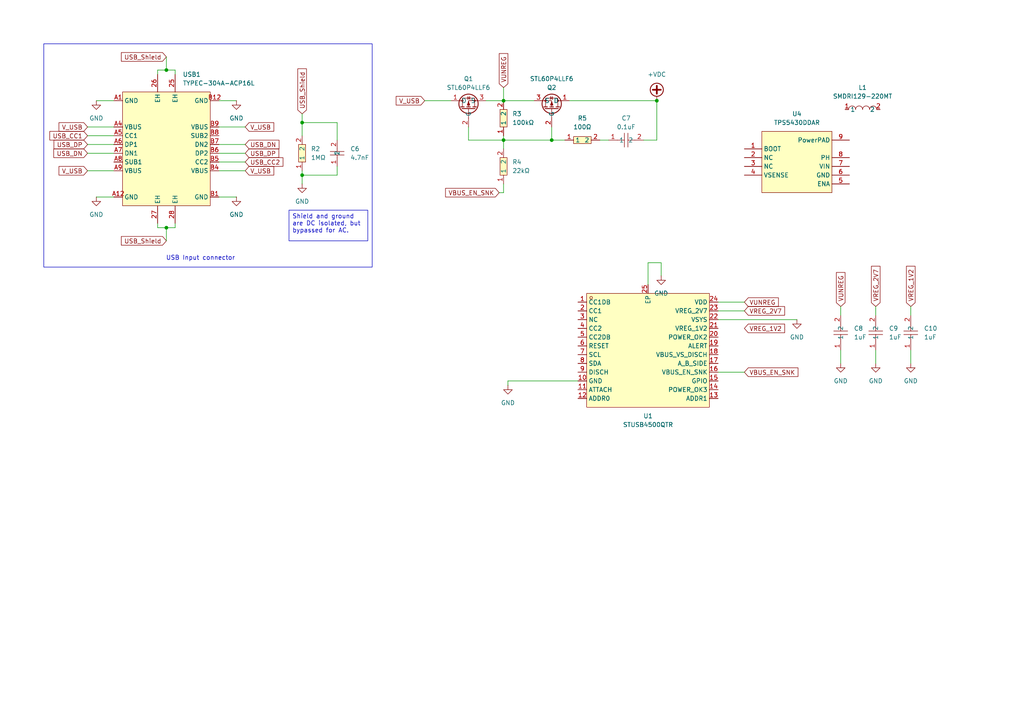
<source format=kicad_sch>
(kicad_sch (version 20231120) (generator "eeschema") (generator_version "8.0")
  (paper "A4")
  (lib_symbols
    (symbol "EasyEDA:0.1uF 50V 0603"
      (property "Reference" "C" (at 0 5.08 0))
      (property "Value" "0.1uF" (at 0 -5.08 0))
      (symbol "0.1uF 50V 0603_0_1"
        (polyline (pts (xy -0.51 -2.03) (xy -0.51 2.03)))
        (polyline (pts (xy -0.51 0) (xy -2.54 0)))
        (polyline (pts (xy 0.51 2.03) (xy 0.51 -2.03)))
        (polyline (pts (xy 2.54 0) (xy 0.51 0)))
        (pin unspecified line (at -5.08 0 0) (length 2.54) (name "1") (number "1"))
        (pin unspecified line (at 5.08 0 180) (length 2.54) (name "2") (number "2"))
      )
    )
    (symbol "EasyEDA:100kΩ 0603"
      (property "Reference" "R" (at 0 5.08 0))
      (property "Value" "100kΩ" (at 0 -5.08 0))
      (symbol "100kΩ 0603_0_1"
        (rectangle (start -2.54 1.02) (end 2.54 -1.02) (fill (type background)))
        (pin input line (at -5.08 0 0) (length 2.54) (name "1") (number "1"))
        (pin input line (at 5.08 0 180) (length 2.54) (name "2") (number "2"))
      )
    )
    (symbol "EasyEDA:100Ω 0603"
      (property "Reference" "R" (at 0 5.08 0))
      (property "Value" "100Ω" (at 0 -5.08 0))
      (symbol "100Ω 0603_0_1"
        (rectangle (start -2.54 1.02) (end 2.54 -1.02) (fill (type background)))
        (pin input line (at -5.08 0 0) (length 2.54) (name "1") (number "1"))
        (pin input line (at 5.08 0 180) (length 2.54) (name "2") (number "2"))
      )
    )
    (symbol "EasyEDA:1MΩ ±1% 0603"
      (property "Reference" "R" (at 0 5.08 0))
      (property "Value" "1MΩ" (at 0 -5.08 0))
      (symbol "1MΩ ±1% 0603_0_1"
        (rectangle (start -2.54 1.02) (end 2.54 -1.02) (fill (type background)))
        (pin input line (at -5.08 0 0) (length 2.54) (name "1") (number "1"))
        (pin input line (at 5.08 0 180) (length 2.54) (name "2") (number "2"))
      )
    )
    (symbol "EasyEDA:1uF 50V 0603"
      (property "Reference" "C" (at 0 5.08 0))
      (property "Value" "1uF" (at 0 -5.08 0))
      (symbol "1uF 50V 0603_0_1"
        (polyline (pts (xy -0.51 -2.03) (xy -0.51 2.03)))
        (polyline (pts (xy -0.51 0) (xy -2.54 0)))
        (polyline (pts (xy 0.51 2.03) (xy 0.51 -2.03)))
        (polyline (pts (xy 2.54 0) (xy 0.51 0)))
        (pin unspecified line (at -5.08 0 0) (length 2.54) (name "1") (number "1"))
        (pin unspecified line (at 5.08 0 180) (length 2.54) (name "2") (number "2"))
      )
    )
    (symbol "EasyEDA:22kΩ 0603 "
      (property "Reference" "R" (at 0 5.08 0))
      (property "Value" "22kΩ" (at 0 -5.08 0))
      (symbol "22kΩ 0603 _0_1"
        (rectangle (start -2.54 1.02) (end 2.54 -1.02) (fill (type background)))
        (pin input line (at -5.08 0 0) (length 2.54) (name "1") (number "1"))
        (pin input line (at 5.08 0 180) (length 2.54) (name "2") (number "2"))
      )
    )
    (symbol "EasyEDA:4.7nF 50V 0603"
      (property "Reference" "C" (at 0 5.08 0))
      (property "Value" "4.7nF" (at 0 -5.08 0))
      (symbol "4.7nF 50V 0603_0_1"
        (polyline (pts (xy -1.27 0) (xy -0.51 0)))
        (polyline (pts (xy -0.51 2.03) (xy -0.51 -2.03)))
        (polyline (pts (xy 0.51 0) (xy 1.27 0)))
        (polyline (pts (xy 0.51 2.03) (xy 0.51 -2.03)))
        (pin input line (at -3.81 0 0) (length 2.54) (name "1") (number "1"))
        (pin input line (at 3.81 0 180) (length 2.54) (name "2") (number "2"))
      )
    )
    (symbol "EasyEDA:SMDRI129-220MT"
      (property "Reference" "L" (at 0 5.08 0))
      (property "Value" "SMDRI129-220MT" (at 0 -5.08 0))
      (symbol "SMDRI129-220MT_0_1"
        (arc (start -2.03 0.01) (mid -3.055 1.013) (end -4.06 -0.01))
        (arc (start 0 0.01) (mid -1.025 1.013) (end -2.03 -0.01))
        (arc (start 2.03 0.01) (mid 1.005 1.013) (end 0 -0.01))
        (arc (start 4.06 0.01) (mid 3.035 1.013) (end 2.03 -0.01))
        (pin unspecified line (at -5.08 0 0) (length 1.016) (name "1") (number "1"))
        (pin unspecified line (at 5.08 0 180) (length 1.016) (name "2") (number "2"))
      )
    )
    (symbol "EasyEDA:STL60P4LLF6"
      (property "Reference" "Q" (at -1.016 12.192 0))
      (property "Value" "STL60P4LLF6" (at 0 -7.62 0))
      (symbol "STL60P4LLF6_0_1"
        (circle (center -0.889 0) (radius 2.794) (stroke (width 0.254)))
        (circle (center 0 -1.778) (radius 0.254) (fill (type outline)))
        (polyline (pts (xy -2.286 0) (xy -5.08 0)))
        (polyline (pts (xy -2.286 1.905) (xy -2.286 -1.905)) (stroke (width 0.254)))
        (polyline (pts (xy -1.778 -1.27) (xy -1.778 -2.286)) (stroke (width 0.254)))
        (polyline (pts (xy -1.778 0.508) (xy -1.778 -0.508)) (stroke (width 0.254)))
        (polyline (pts (xy -1.778 2.286) (xy -1.778 1.27)) (stroke (width 0.254)))
        (polyline (pts (xy 0 2.54) (xy 0 1.778)))
        (polyline (pts (xy 0 -2.54) (xy 0 0) (xy -1.778 0)))
        (polyline (pts (xy -1.778 1.778) (xy 0.762 1.778) (xy 0.762 -1.778) (xy -1.778 -1.778)))
        (polyline (pts (xy -0.254 0) (xy -1.27 0.381) (xy -1.27 -0.381) (xy -0.254 0)) (fill (type outline)))
        (polyline (pts (xy 0.254 -0.508) (xy 0.381 -0.381) (xy 1.143 -0.381) (xy 1.27 -0.254)))
        (polyline (pts (xy 0.762 -0.381) (xy 0.381 0.254) (xy 1.143 0.254) (xy 0.762 -0.381)))
        (circle (center 0 1.778) (radius 0.254) (fill (type outline)))
      )
      (symbol "STL60P4LLF6_1_1"
        (pin passive line (at 0 5.08 270) (length 2.54) (name "D") (number "1"))
        (pin input line (at -7.62 0 0) (length 2.54) (name "G") (number "2"))
        (pin passive line (at 0 -5.08 90) (length 2.54) (name "S") (number "3"))
      )
    )
    (symbol "EasyEDA:STUSB4500QTR"
      (property "Reference" "U" (at 0 24.13 0))
      (property "Value" "STUSB4500QTR" (at 0 -19.05 0))
      (symbol "STUSB4500QTR_0_1"
        (rectangle (start -17.78 16.51) (end 17.78 -16.51) (fill (type background)))
        (circle (center -16.51 15.24) (radius 0.38))
        (pin unspecified line (at -20.32 13.97 0) (length 2.54) (name "CC1DB") (number "1"))
        (pin unspecified line (at -20.32 -8.89 0) (length 2.54) (name "GND") (number "10"))
        (pin unspecified line (at -20.32 -11.43 0) (length 2.54) (name "ATTACH") (number "11"))
        (pin unspecified line (at -20.32 -13.97 0) (length 2.54) (name "ADDR0") (number "12"))
        (pin unspecified line (at 20.32 -13.97 180) (length 2.54) (name "ADDR1") (number "13"))
        (pin unspecified line (at 20.32 -11.43 180) (length 2.54) (name "POWER_OK3") (number "14"))
        (pin unspecified line (at 20.32 -8.89 180) (length 2.54) (name "GPIO") (number "15"))
        (pin unspecified line (at 20.32 -6.35 180) (length 2.54) (name "VBUS_EN_SNK") (number "16"))
        (pin unspecified line (at 20.32 -3.81 180) (length 2.54) (name "A_B_SIDE") (number "17"))
        (pin unspecified line (at 20.32 -1.27 180) (length 2.54) (name "VBUS_VS_DISCH") (number "18"))
        (pin unspecified line (at 20.32 1.27 180) (length 2.54) (name "ALERT") (number "19"))
        (pin unspecified line (at -20.32 11.43 0) (length 2.54) (name "CC1") (number "2"))
        (pin unspecified line (at 20.32 3.81 180) (length 2.54) (name "POWER_OK2") (number "20"))
        (pin unspecified line (at 20.32 6.35 180) (length 2.54) (name "VREG_1V2") (number "21"))
        (pin unspecified line (at 20.32 8.89 180) (length 2.54) (name "VSYS") (number "22"))
        (pin unspecified line (at 20.32 11.43 180) (length 2.54) (name "VREG_2V7") (number "23"))
        (pin unspecified line (at 20.32 13.97 180) (length 2.54) (name "VDD") (number "24"))
        (pin unspecified line (at 0 19.05 270) (length 2.54) (name "EP") (number "25"))
        (pin unspecified line (at -20.32 8.89 0) (length 2.54) (name "NC") (number "3"))
        (pin unspecified line (at -20.32 6.35 0) (length 2.54) (name "CC2") (number "4"))
        (pin unspecified line (at -20.32 3.81 0) (length 2.54) (name "CC2DB") (number "5"))
        (pin unspecified line (at -20.32 1.27 0) (length 2.54) (name "RESET") (number "6"))
        (pin unspecified line (at -20.32 -1.27 0) (length 2.54) (name "SCL") (number "7"))
        (pin unspecified line (at -20.32 -3.81 0) (length 2.54) (name "SDA") (number "8"))
        (pin unspecified line (at -20.32 -6.35 0) (length 2.54) (name "DISCH") (number "9"))
      )
    )
    (symbol "EasyEDA:TPS5430DDAR"
      (property "Reference" "U" (at 0 11.43 0))
      (property "Value" "TPS5430DDAR" (at 0 -11.43 0))
      (symbol "TPS5430DDAR_0_1"
        (rectangle (start -10.16 8.89) (end 10.16 -8.89) (fill (type background)))
        (pin unspecified line (at -15.24 3.81 0) (length 5.08) (name "BOOT") (number "1"))
        (pin unspecified line (at -15.24 1.27 0) (length 5.08) (name "NC") (number "2"))
        (pin unspecified line (at -15.24 -1.27 0) (length 5.08) (name "NC") (number "3"))
        (pin unspecified line (at -15.24 -3.81 0) (length 5.08) (name "VSENSE") (number "4"))
        (pin unspecified line (at 15.24 -6.35 180) (length 5.08) (name "ENA") (number "5"))
        (pin unspecified line (at 15.24 -3.81 180) (length 5.08) (name "GND") (number "6"))
        (pin unspecified line (at 15.24 -1.27 180) (length 5.08) (name "VIN") (number "7"))
        (pin unspecified line (at 15.24 1.27 180) (length 5.08) (name "PH") (number "8"))
        (pin unspecified line (at 15.24 6.35 180) (length 5.08) (name "PowerPAD") (number "9"))
      )
    )
    (symbol "EasyEDA:TYPEC-304A-ACP16L"
      (property "Reference" "USB" (at 0 25.4 0))
      (property "Value" "TYPEC-304A-ACP16L" (at 0 -27.94 0))
      (symbol "TYPEC-304A-ACP16L_0_1"
        (rectangle (start -12.7 15.24) (end 12.7 -17.78) (fill (type background)))
        (pin unspecified line (at 2.54 20.32 270) (length 5.08) (name "EH") (number "25"))
        (pin unspecified line (at -2.54 20.32 270) (length 5.08) (name "EH") (number "26"))
        (pin unspecified line (at -2.54 -22.86 90) (length 5.08) (name "EH") (number "27"))
        (pin unspecified line (at 2.54 -22.86 90) (length 5.08) (name "EH") (number "28"))
        (pin unspecified line (at -15.24 12.7 0) (length 2.54) (name "GND") (number "A1"))
        (pin unspecified line (at -15.24 -15.24 0) (length 2.54) (name "GND") (number "A12"))
        (pin unspecified line (at -15.24 5.08 0) (length 2.54) (name "VBUS") (number "A4"))
        (pin unspecified line (at -15.24 2.54 0) (length 2.54) (name "CC1") (number "A5"))
        (pin unspecified line (at -15.24 0 0) (length 2.54) (name "DP1") (number "A6"))
        (pin unspecified line (at -15.24 -2.54 0) (length 2.54) (name "DN1") (number "A7"))
        (pin unspecified line (at -15.24 -5.08 0) (length 2.54) (name "SUB1") (number "A8"))
        (pin unspecified line (at -15.24 -7.62 0) (length 2.54) (name "VBUS") (number "A9"))
        (pin unspecified line (at 15.24 -15.24 180) (length 2.54) (name "GND") (number "B1"))
        (pin unspecified line (at 15.24 12.7 180) (length 2.54) (name "GND") (number "B12"))
        (pin unspecified line (at 15.24 -7.62 180) (length 2.54) (name "VBUS") (number "B4"))
        (pin unspecified line (at 15.24 -5.08 180) (length 2.54) (name "CC2") (number "B5"))
        (pin unspecified line (at 15.24 -2.54 180) (length 2.54) (name "DP2") (number "B6"))
        (pin unspecified line (at 15.24 0 180) (length 2.54) (name "DN2") (number "B7"))
        (pin unspecified line (at 15.24 2.54 180) (length 2.54) (name "SUB2") (number "B8"))
        (pin unspecified line (at 15.24 5.08 180) (length 2.54) (name "VBUS") (number "B9"))
      )
    )
    (symbol "power:+VDC" (power) (pin_numbers hide) (pin_names (offset 0) hide)
      (property "Value" "+VDC" (at 0 6.35 0))
      (symbol "+VDC_0_1"
        (polyline (pts (xy -1.143 3.175) (xy 1.143 3.175)) (stroke (width 0.508)))
        (polyline (pts (xy 0 0) (xy 0 1.27)))
        (polyline (pts (xy 0 2.032) (xy 0 4.318)) (stroke (width 0.508)))
        (circle (center 0 3.175) (radius 1.905) (stroke (width 0.254)))
      )
      (symbol "+VDC_1_1"
        (pin power_in line (at 0 0 90) (length 0) (name "~") (number "1"))
      )
    )
    (symbol "power:GND" (power) (pin_numbers hide) (pin_names (offset 0) hide)
      (property "Value" "GND" (at 0 -3.81 0))
      (symbol "GND_0_1"
        (polyline (pts (xy 0 0) (xy 0 -1.27) (xy 1.27 -1.27) (xy 0 -2.54) (xy -1.27 -1.27) (xy 0 -1.27)))
      )
      (symbol "GND_1_1"
        (pin power_in line (at 0 0 270) (length 0) (name "~") (number "1"))
      )
    )
  )
  (junction (at 87.63 50.8))
  (junction (at 48.26 66.04))
  (junction (at 48.26 20.32))
  (junction (at 160.02 40.64))
  (junction (at 87.63 35.56))
  (junction (at 146.05 40.64))
  (junction (at 146.05 29.21))
  (junction (at 190.5 29.21))
  (wire (pts (xy 50.8 20.32) (xy 50.8 21.59)))
  (wire (pts (xy 187.96 76.2) (xy 191.77 76.2)))
  (wire (pts (xy 140.97 29.21) (xy 146.05 29.21)))
  (wire (pts (xy 87.63 49.53) (xy 87.63 50.8)))
  (wire (pts (xy 48.26 66.04) (xy 48.26 69.85)))
  (wire (pts (xy 63.5 57.15) (xy 68.58 57.15)))
  (wire (pts (xy 63.5 44.45) (xy 71.12 44.45)))
  (wire (pts (xy 45.72 20.32) (xy 45.72 21.59)))
  (wire (pts (xy 97.79 48.26) (xy 97.79 50.8)))
  (wire (pts (xy 264.16 101.6) (xy 264.16 105.41)))
  (wire (pts (xy 87.63 33.02) (xy 87.63 35.56)))
  (wire (pts (xy 135.89 40.64) (xy 146.05 40.64)))
  (wire (pts (xy 146.05 29.21) (xy 154.94 29.21)))
  (wire (pts (xy 63.5 36.83) (xy 71.12 36.83)))
  (wire (pts (xy 63.5 46.99) (xy 71.12 46.99)))
  (wire (pts (xy 208.28 90.17) (xy 215.9 90.17)))
  (wire (pts (xy 87.63 50.8) (xy 87.63 53.34)))
  (wire (pts (xy 243.84 101.6) (xy 243.84 105.41)))
  (wire (pts (xy 25.4 49.53) (xy 33.02 49.53)))
  (wire (pts (xy 264.16 88.9) (xy 264.16 91.44)))
  (wire (pts (xy 147.32 110.49) (xy 167.64 110.49)))
  (wire (pts (xy 63.5 41.91) (xy 71.12 41.91)))
  (wire (pts (xy 173.99 40.64) (xy 176.53 40.64)))
  (wire (pts (xy 146.05 40.64) (xy 160.02 40.64)))
  (wire (pts (xy 48.26 20.32) (xy 50.8 20.32)))
  (wire (pts (xy 135.89 36.83) (xy 135.89 40.64)))
  (wire (pts (xy 208.28 87.63) (xy 215.9 87.63)))
  (wire (pts (xy 45.72 66.04) (xy 48.26 66.04)))
  (wire (pts (xy 165.1 29.21) (xy 190.5 29.21)))
  (wire (pts (xy 243.84 88.9) (xy 243.84 91.44)))
  (wire (pts (xy 123.19 29.21) (xy 130.81 29.21)))
  (wire (pts (xy 48.26 16.51) (xy 48.26 20.32)))
  (wire (pts (xy 27.94 29.21) (xy 33.02 29.21)))
  (wire (pts (xy 25.4 36.83) (xy 33.02 36.83)))
  (wire (pts (xy 25.4 44.45) (xy 33.02 44.45)))
  (wire (pts (xy 48.26 20.32) (xy 45.72 20.32)))
  (wire (pts (xy 187.96 82.55) (xy 187.96 76.2)))
  (wire (pts (xy 50.8 66.04) (xy 48.26 66.04)))
  (wire (pts (xy 208.28 92.71) (xy 231.14 92.71)))
  (wire (pts (xy 160.02 40.64) (xy 163.83 40.64)))
  (wire (pts (xy 87.63 35.56) (xy 87.63 39.37)))
  (wire (pts (xy 208.28 107.95) (xy 215.9 107.95)))
  (wire (pts (xy 97.79 35.56) (xy 97.79 40.64)))
  (wire (pts (xy 63.5 29.21) (xy 68.58 29.21)))
  (wire (pts (xy 146.05 25.4) (xy 146.05 29.21)))
  (wire (pts (xy 160.02 36.83) (xy 160.02 40.64)))
  (wire (pts (xy 63.5 49.53) (xy 71.12 49.53)))
  (wire (pts (xy 50.8 64.77) (xy 50.8 66.04)))
  (wire (pts (xy 146.05 55.88) (xy 146.05 53.34)))
  (wire (pts (xy 27.94 57.15) (xy 33.02 57.15)))
  (wire (pts (xy 97.79 50.8) (xy 87.63 50.8)))
  (wire (pts (xy 45.72 64.77) (xy 45.72 66.04)))
  (wire (pts (xy 254 101.6) (xy 254 105.41)))
  (wire (pts (xy 146.05 40.64) (xy 146.05 39.37)))
  (wire (pts (xy 190.5 29.21) (xy 190.5 40.64)))
  (wire (pts (xy 190.5 40.64) (xy 186.69 40.64)))
  (wire (pts (xy 87.63 35.56) (xy 97.79 35.56)))
  (wire (pts (xy 147.32 111.76) (xy 147.32 110.49)))
  (wire (pts (xy 25.4 39.37) (xy 33.02 39.37)))
  (wire (pts (xy 254 88.9) (xy 254 91.44)))
  (wire (pts (xy 144.78 55.88) (xy 146.05 55.88)))
  (wire (pts (xy 146.05 40.64) (xy 146.05 43.18)))
  (wire (pts (xy 25.4 41.91) (xy 33.02 41.91)))
  (wire (pts (xy 191.77 76.2) (xy 191.77 80.01)))
  (rectangle (start 12.7 12.7) (end 107.95 77.47))
  (text_box "Shield and ground are DC isolated, but bypassed for AC." (at 83.82 60.96 0) (size 22.86 8.89) (effects (font (size 1.27 1.27)) (justify left top)))
  (text "USB Input connector" (at 58.166 74.93 0) (effects (font (size 1.27 1.27))))
  (global_label "USB_Shield" (shape input) (at 48.26 69.85 180) (property "Intersheetrefs" "${INTERSHEET_REFS}" (effects (hide yes))))
  (global_label "USB_DP" (shape input) (at 71.12 44.45 0) (property "Intersheetrefs" "${INTERSHEET_REFS}" (effects (hide yes))))
  (global_label "USB_CC1" (shape input) (at 25.4 39.37 180) (property "Intersheetrefs" "${INTERSHEET_REFS}" (effects (hide yes))))
  (global_label "USB_Shield" (shape input) (at 48.26 16.51 180) (property "Intersheetrefs" "${INTERSHEET_REFS}" (effects (hide yes))))
  (global_label "VBUS_EN_SNK" (shape input) (at 144.78 55.88 180) (property "Intersheetrefs" "${INTERSHEET_REFS}" (effects (hide yes))))
  (global_label "V_USB" (shape input) (at 123.19 29.21 180) (property "Intersheetrefs" "${INTERSHEET_REFS}" (effects (hide yes))))
  (global_label "VREG_2V7" (shape input) (at 215.9 90.17 0) (property "Intersheetrefs" "${INTERSHEET_REFS}" (effects (hide yes))))
  (global_label "V_USB" (shape input) (at 71.12 36.83 0) (property "Intersheetrefs" "${INTERSHEET_REFS}" (effects (hide yes))))
  (global_label "USB_DN" (shape input) (at 25.4 44.45 180) (property "Intersheetrefs" "${INTERSHEET_REFS}" (effects (hide yes))))
  (global_label "USB_CC2" (shape input) (at 71.12 46.99 0) (property "Intersheetrefs" "${INTERSHEET_REFS}" (effects (hide yes))))
  (global_label "VREG_1V2" (shape input) (at 215.9 95.25 0) (property "Intersheetrefs" "${INTERSHEET_REFS}" (effects (hide yes))))
  (global_label "VUNREG" (shape input) (at 243.84 88.9 90) (property "Intersheetrefs" "${INTERSHEET_REFS}" (effects (hide yes))))
  (global_label "V_USB" (shape input) (at 25.4 36.83 180) (property "Intersheetrefs" "${INTERSHEET_REFS}" (effects (hide yes))))
  (global_label "VREG_2V7" (shape input) (at 254 88.9 90) (property "Intersheetrefs" "${INTERSHEET_REFS}" (effects (hide yes))))
  (global_label "USB_Shield" (shape input) (at 87.63 33.02 90) (property "Intersheetrefs" "${INTERSHEET_REFS}" (effects (hide yes))))
  (global_label "V_USB" (shape input) (at 25.4 49.53 180) (property "Intersheetrefs" "${INTERSHEET_REFS}" (effects (hide yes))))
  (global_label "VBUS_EN_SNK" (shape input) (at 215.9 107.95 0) (property "Intersheetrefs" "${INTERSHEET_REFS}" (effects (hide yes))))
  (global_label "VUNREG" (shape input) (at 146.05 25.4 90) (property "Intersheetrefs" "${INTERSHEET_REFS}" (effects (hide yes))))
  (global_label "VUNREG" (shape input) (at 215.9 87.63 0) (property "Intersheetrefs" "${INTERSHEET_REFS}" (effects (hide yes))))
  (global_label "USB_DN" (shape input) (at 71.12 41.91 0) (property "Intersheetrefs" "${INTERSHEET_REFS}" (effects (hide yes))))
  (global_label "V_USB" (shape input) (at 71.12 49.53 0) (property "Intersheetrefs" "${INTERSHEET_REFS}" (effects (hide yes))))
  (global_label "USB_DP" (shape input) (at 25.4 41.91 180) (property "Intersheetrefs" "${INTERSHEET_REFS}" (effects (hide yes))))
  (global_label "VREG_1V2" (shape input) (at 264.16 88.9 90) (property "Intersheetrefs" "${INTERSHEET_REFS}" (effects (hide yes))))
  (symbol (lib_id "power:+VDC") (at 190.5 29.21 0) (unit 1)
    (property "Reference" "#PWR018" (effects (hide yes)))
    (property "Value" "+VDC" (at 190.5 21.59 0))
    (property "Description" "Power symbol creates a global label with name \"+VDC\"" (effects (hide yes)))
  )
  (symbol (lib_id "EasyEDA:22kΩ 0603 ") (at 146.05 48.26 90) (unit 1)
    (property "Reference" "R4" (at 148.59 46.9899 90) (effects (justify right)))
    (property "Value" "22kΩ" (at 148.59 49.5299 90) (effects (justify right)))
    (property "Footprint" "EasyEDA:R0603" (effects (hide yes)))
    (property "Datasheet" "https://lcsc.com/product-detail/Chip-Resistor-Surface-Mount-UniOhm_22KR-2202-1_C31850.html" (effects (hide yes)))
    (property "Description" "0603WAF2202T5E" (effects (hide yes)))
    (property "LCSC Part" "C31850" (effects (hide yes)))
  )
  (symbol (lib_id "EasyEDA:100kΩ 0603") (at 146.05 34.29 90) (unit 1)
    (property "Reference" "R3" (at 148.59 33.0199 90) (effects (justify right)))
    (property "Value" "100kΩ" (at 148.59 35.5599 90) (effects (justify right)))
    (property "Footprint" "EasyEDA:R0603" (effects (hide yes)))
    (property "Datasheet" "https://lcsc.com/product-detail/Chip-Resistor-Surface-Mount-UniOhm_100KR-1003-1_C25803.html" (effects (hide yes)))
    (property "Description" "0603WAF1003T5E" (effects (hide yes)))
    (property "LCSC Part" "C25803" (effects (hide yes)))
  )
  (symbol (lib_id "EasyEDA:STL60P4LLF6") (at 135.89 29.21 90) (unit 1)
    (property "Reference" "Q1" (at 135.89 22.86 90))
    (property "Value" "STL60P4LLF6" (at 135.89 25.4 90))
    (property "Footprint" "EasyEDA:POWERFLAT-8_L5.2-W6.0-P1.27-LS6.2-BL" (effects (hide yes)))
    (property "LCSC Part" "C2688588" (effects (hide yes)))
  )
  (symbol (lib_id "power:GND") (at 231.14 92.71 0) (unit 1)
    (property "Reference" "#PWR019" (effects (hide yes)))
    (property "Value" "GND" (at 231.14 97.79 0))
    (property "Description" "Power symbol creates a global label with name \"GND\" , ground" (effects (hide yes)))
  )
  (symbol (lib_id "power:GND") (at 68.58 29.21 0) (unit 1)
    (property "Reference" "#PWR014" (effects (hide yes)))
    (property "Value" "GND" (at 68.58 34.29 0))
    (property "Description" "Power symbol creates a global label with name \"GND\" , ground" (effects (hide yes)))
  )
  (symbol (lib_id "EasyEDA:1uF 50V 0603") (at 254 96.52 90) (unit 1)
    (property "Reference" "C9" (at 257.81 95.2499 90) (effects (justify right)))
    (property "Value" "1uF" (at 257.81 97.7899 90) (effects (justify right)))
    (property "Footprint" "EasyEDA:C0603" (effects (hide yes)))
    (property "Datasheet" "https://lcsc.com/product-detail/Multilayer-Ceramic-Capacitors-MLCC-SMD-SMT_SAMSUNG_CL10A105KB8NNNC_1uF-105-10-50V_C15849.html" (effects (hide yes)))
    (property "Description" "CL10A105KB8NNNC" (effects (hide yes)))
    (property "LCSC Part" "C15849" (effects (hide yes)))
  )
  (symbol (lib_id "EasyEDA:0.1uF 50V 0603") (at 181.61 40.64 0) (unit 1)
    (property "Reference" "C7" (at 181.61 34.29 0))
    (property "Value" "0.1uF" (at 181.61 36.83 0))
    (property "Footprint" "EasyEDA:C0603" (effects (hide yes)))
    (property "Datasheet" "https://lcsc.com/product-detail/Multilayer-Ceramic-Capacitors-MLCC-SMD-SMT_100nF-104-10-50V_C14663.html" (effects (hide yes)))
    (property "Description" "CC0603KRX7R9BB104" (effects (hide yes)))
    (property "LCSC Part" "C14663" (effects (hide yes)))
  )
  (symbol (lib_id "power:GND") (at 243.84 105.41 0) (unit 1)
    (property "Reference" "#PWR021" (effects (hide yes)))
    (property "Value" "GND" (at 243.84 110.49 0))
    (property "Description" "Power symbol creates a global label with name \"GND\" , ground" (effects (hide yes)))
  )
  (symbol (lib_id "power:GND") (at 68.58 57.15 0) (unit 1)
    (property "Reference" "#PWR015" (effects (hide yes)))
    (property "Value" "GND" (at 68.58 62.23 0))
    (property "Description" "Power symbol creates a global label with name \"GND\" , ground" (effects (hide yes)))
  )
  (symbol (lib_id "EasyEDA:SMDRI129-220MT") (at 250.19 31.75 0) (unit 1)
    (property "Reference" "L1" (at 250.19 25.4 0))
    (property "Value" "SMDRI129-220MT" (at 250.19 27.94 0))
    (property "Footprint" "EasyEDA:IND-SMD_L12.5-W12.5" (effects (hide yes)))
    (property "LCSC Part" "C2924827" (effects (hide yes)))
  )
  (symbol (lib_id "power:GND") (at 264.16 105.41 0) (unit 1)
    (property "Reference" "#PWR023" (effects (hide yes)))
    (property "Value" "GND" (at 264.16 110.49 0))
    (property "Description" "Power symbol creates a global label with name \"GND\" , ground" (effects (hide yes)))
  )
  (symbol (lib_id "power:GND") (at 147.32 111.76 0) (unit 1)
    (property "Reference" "#PWR024" (effects (hide yes)))
    (property "Value" "GND" (at 147.32 116.84 0))
    (property "Description" "Power symbol creates a global label with name \"GND\" , ground" (effects (hide yes)))
  )
  (symbol (lib_id "EasyEDA:4.7nF 50V 0603") (at 97.79 44.45 90) (unit 1)
    (property "Reference" "C6" (at 101.6 43.1799 90) (effects (justify right)))
    (property "Value" "4.7nF" (at 101.6 45.7199 90) (effects (justify right)))
    (property "Footprint" "EasyEDA:C0603" (effects (hide yes)))
    (property "Datasheet" "https://lcsc.com/product-detail/Multilayer-Ceramic-Capacitors-MLCC-SMD-SMT_4-7nF-472-10-50V_C53987.html" (effects (hide yes)))
    (property "Description" "0603B472K500NT" (effects (hide yes)))
    (property "LCSC Part" "C53987" (effects (hide yes)))
  )
  (symbol (lib_id "EasyEDA:100Ω 0603") (at 168.91 40.64 0) (unit 1)
    (property "Reference" "R5" (at 168.91 34.29 0))
    (property "Value" "100Ω" (at 168.91 36.83 0))
    (property "Footprint" "EasyEDA:R0603" (effects (hide yes)))
    (property "Datasheet" "https://lcsc.com/product-detail/Chip-Resistor-Surface-Mount-UniOhm_100R-1000-1_C22775.html" (effects (hide yes)))
    (property "Description" "0603WAF1000T5E" (effects (hide yes)))
    (property "LCSC Part" "C22775" (effects (hide yes)))
  )
  (symbol (lib_id "power:GND") (at 254 105.41 0) (unit 1)
    (property "Reference" "#PWR022" (effects (hide yes)))
    (property "Value" "GND" (at 254 110.49 0))
    (property "Description" "Power symbol creates a global label with name \"GND\" , ground" (effects (hide yes)))
  )
  (symbol (lib_id "EasyEDA:TYPEC-304A-ACP16L") (at 48.26 41.91 0) (unit 1)
    (property "Reference" "USB1" (at 52.9941 21.59 0) (effects (justify left)))
    (property "Value" "TYPEC-304A-ACP16L" (at 52.9941 24.13 0) (effects (justify left)))
    (property "Footprint" "EasyEDA:USB-C-SMD_XUNPU_TYPEC-304A-ACP16L" (effects (hide yes)))
    (property "LCSC Part" "C2909609" (effects (hide yes)))
  )
  (symbol (lib_id "EasyEDA:STL60P4LLF6") (at 160.02 29.21 270) (mirror x) (unit 1)
    (property "Reference" "Q2" (at 160.02 25.4 90))
    (property "Value" "STL60P4LLF6" (at 160.02 22.86 90))
    (property "Footprint" "EasyEDA:POWERFLAT-8_L5.2-W6.0-P1.27-LS6.2-BL" (effects (hide yes)))
    (property "LCSC Part" "C2688588" (effects (hide yes)))
  )
  (symbol (lib_id "power:GND") (at 87.63 53.34 0) (unit 1)
    (property "Reference" "#PWR016" (effects (hide yes)))
    (property "Value" "GND" (at 87.63 58.42 0))
    (property "Description" "Power symbol creates a global label with name \"GND\" , ground" (effects (hide yes)))
  )
  (symbol (lib_id "EasyEDA:1MΩ ±1% 0603") (at 87.63 44.45 90) (unit 1)
    (property "Reference" "R2" (at 90.17 43.1799 90) (effects (justify right)))
    (property "Value" "1MΩ" (at 90.17 45.7199 90) (effects (justify right)))
    (property "Footprint" "EasyEDA:R0603" (effects (hide yes)))
    (property "Datasheet" "https://lcsc.com/product-detail/Chip-Resistor-Surface-Mount-UniOhm_1MR-1004-1_C22935.html" (effects (hide yes)))
    (property "Description" "0603WAF1004T5E" (effects (hide yes)))
    (property "LCSC Part" "C22935" (effects (hide yes)))
  )
  (symbol (lib_id "EasyEDA:1uF 50V 0603") (at 264.16 96.52 90) (unit 1)
    (property "Reference" "C10" (at 267.97 95.2499 90) (effects (justify right)))
    (property "Value" "1uF" (at 267.97 97.7899 90) (effects (justify right)))
    (property "Footprint" "EasyEDA:C0603" (effects (hide yes)))
    (property "Datasheet" "https://lcsc.com/product-detail/Multilayer-Ceramic-Capacitors-MLCC-SMD-SMT_SAMSUNG_CL10A105KB8NNNC_1uF-105-10-50V_C15849.html" (effects (hide yes)))
    (property "Description" "CL10A105KB8NNNC" (effects (hide yes)))
    (property "LCSC Part" "C15849" (effects (hide yes)))
  )
  (symbol (lib_id "power:GND") (at 191.77 80.01 0) (unit 1)
    (property "Reference" "#PWR020" (effects (hide yes)))
    (property "Value" "GND" (at 191.77 85.09 0))
    (property "Description" "Power symbol creates a global label with name \"GND\" , ground" (effects (hide yes)))
  )
  (symbol (lib_id "EasyEDA:STUSB4500QTR") (at 187.96 101.6 0) (unit 1)
    (property "Reference" "U1" (at 187.96 120.65 0))
    (property "Value" "STUSB4500QTR" (at 187.96 123.19 0))
    (property "Footprint" "EasyEDA:QFN-24_L4.0-W4.0-P0.50-BL-EP2.8" (effects (hide yes)))
    (property "LCSC Part" "C2678061" (effects (hide yes)))
  )
  (symbol (lib_id "EasyEDA:1uF 50V 0603") (at 243.84 96.52 90) (unit 1)
    (property "Reference" "C8" (at 247.65 95.2499 90) (effects (justify right)))
    (property "Value" "1uF" (at 247.65 97.7899 90) (effects (justify right)))
    (property "Footprint" "EasyEDA:C0603" (effects (hide yes)))
    (property "Datasheet" "https://lcsc.com/product-detail/Multilayer-Ceramic-Capacitors-MLCC-SMD-SMT_SAMSUNG_CL10A105KB8NNNC_1uF-105-10-50V_C15849.html" (effects (hide yes)))
    (property "Description" "CL10A105KB8NNNC" (effects (hide yes)))
    (property "LCSC Part" "C15849" (effects (hide yes)))
  )
  (symbol (lib_id "power:GND") (at 27.94 57.15 0) (unit 1)
    (property "Reference" "#PWR013" (effects (hide yes)))
    (property "Value" "GND" (at 27.94 62.23 0))
    (property "Description" "Power symbol creates a global label with name \"GND\" , ground" (effects (hide yes)))
  )
  (symbol (lib_id "power:GND") (at 27.94 29.21 0) (unit 1)
    (property "Reference" "#PWR012" (effects (hide yes)))
    (property "Value" "GND" (at 27.94 34.29 0))
    (property "Description" "Power symbol creates a global label with name \"GND\" , ground" (effects (hide yes)))
  )
  (symbol (lib_id "EasyEDA:TPS5430DDAR") (at 231.14 46.99 0) (unit 1)
    (property "Reference" "U4" (at 231.14 33.02 0))
    (property "Value" "TPS5430DDAR" (at 231.14 35.56 0))
    (property "Footprint" "EasyEDA:ESOP-8_L4.9-W3.9-P1.27-LS6.0-TL-EP" (effects (hide yes)))
    (property "Datasheet" "https://lcsc.com/product-detail/DC-DC-Converters_TI_TPS5430DDAR_TPS5430DDAR_C9864.html" (effects (hide yes)))
    (property "LCSC Part" "C9864" (effects (hide yes)))
  )
)
</source>
